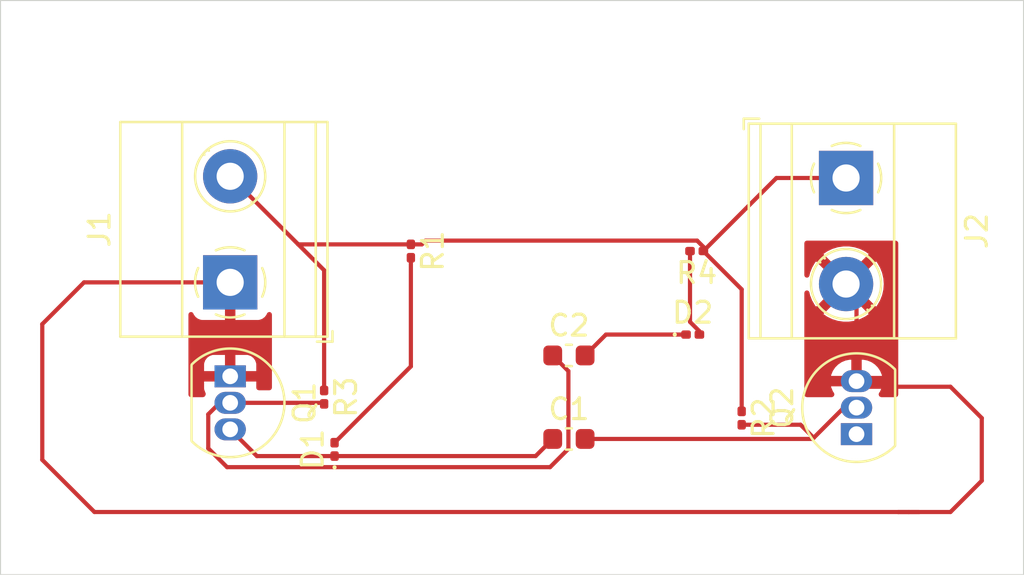
<source format=kicad_pcb>
(kicad_pcb (version 20240108) (generator "pcbnew") (generator_version "8.0")
  (layers (0 "F.Cu" signal) (31 "B.Cu" signal) (34 "B.Paste" user) (35 "F.Paste" user) (36 "B.SilkS" user "B.Silkscreen") (37 "F.SilkS" user "F.Silkscreen") (38 "B.Mask" user) (39 "F.Mask" user) (44 "Edge.Cuts" user))
  (net 0 "")
  (net 1 "Net-(D1-K)")
  (net 2 "Net-(Q2-B)")
  (net 3 "Net-(Q1-B)")
  (net 4 "Net-(D2-K)")
  (net 5 "Net-(D1-A)")
  (net 6 "Net-(D2-A)")
  (net 7 "GND")
  (net 8 "+9V")
  (footprint "Resistor_SMD:R_0201_0603Metric" (layer "F.Cu") (at 148.5 82.5 -90)
    (property "Reference" "R3" (at 0 -1.05 90) (layer "F.SilkS"))
    (property "Value" "47KR")
    (pad "1" smd roundrect (at -0.32 0 270) (size 0.46 0.4) (layers "F.Cu" "F.Mask") (net 8 "+9V"))
    (pad "2" smd roundrect (at 0.32 0 270) (size 0.46 0.4) (layers "F.Cu" "F.Mask") (net 3 "Net-(Q1-B)"))
  )
  (footprint "TerminalBlock_Phoenix:TerminalBlock_Phoenix_MKDS-1,5-2-5.08_1x02_P5.08mm_Horizontal" (layer "F.Cu") (at 173.5 72 -90)
    (property "Reference" "J2" (at 2.54 -6.26 90) (layer "F.SilkS"))
    (property "Value" "Screw_Terminal_01x02")
    (fp_line (start -2.84 4.9) (end -2.34 4.9) (stroke (width 0.12)) (layer "F.SilkS"))
    (fp_line (start -2.6 4.66) (end 7.68 4.66) (stroke (width 0.12)) (layer "F.SilkS"))
    (fp_line (start -2.84 4.16) (end -2.84 4.9) (stroke (width 0.12)) (layer "F.SilkS"))
    (fp_line (start -2.6 4.1) (end 7.68 4.1) (stroke (width 0.12)) (layer "F.SilkS"))
    (fp_line (start -2.6 2.6) (end 7.68 2.6) (stroke (width 0.12)) (layer "F.SilkS"))
    (fp_line (start 4.046 1.239) (end 4.011 1.274) (stroke (width 0.12)) (layer "F.SilkS"))
    (fp_line (start 3.853 1.023) (end 3.806 1.069) (stroke (width 0.12)) (layer "F.SilkS"))
    (fp_line (start 6.355 -1.069) (end 6.308 -1.023) (stroke (width 0.12)) (layer "F.SilkS"))
    (fp_line (start 6.15 -1.275) (end 6.115 -1.239) (stroke (width 0.12)) (layer "F.SilkS"))
    (fp_line (start -2.6 -2.301) (end 7.68 -2.301) (stroke (width 0.12)) (layer "F.SilkS"))
    (fp_line (start -2.6 -5.261) (end -2.6 4.66) (stroke (width 0.12)) (layer "F.SilkS"))
    (fp_line (start -2.6 -5.261) (end 7.68 -5.261) (stroke (width 0.12)) (layer "F.SilkS"))
    (fp_line (start 7.68 -5.261) (end 7.68 4.66) (stroke (width 0.12)) (layer "F.SilkS"))
    (fp_arc (start 0.028805 1.680253) (mid -0.335551 1.646659) (end -0.684 1.535) (stroke (width 0.12)) (layer "F.SilkS"))
    (fp_arc (start 0.683318 1.534756) (mid 0.349292 1.643288) (end 0 1.68) (stroke (width 0.12)) (layer "F.SilkS"))
    (fp_arc (start -1.535427 0.683042) (mid -1.680501 -0.000524) (end -1.535 -0.684) (stroke (width 0.12)) (layer "F.SilkS"))
    (fp_arc (start 1.535427 -0.683042) (mid 1.680501 0.000524) (end 1.535 0.684) (stroke (width 0.12)) (layer "F.SilkS"))
    (fp_arc (start -0.683042 -1.535427) (mid 0.000524 -1.680501) (end 0.684 -1.535) (stroke (width 0.12)) (layer "F.SilkS"))
    (fp_circle (center 5.08 0) (end 6.76 0) (stroke (width 0.12)) (fill none) (layer "F.SilkS"))
    (pad "1" thru_hole rect (at 0 0 270) (size 2.6 2.6) (drill 1.3) (layers "*.Cu" "*.Mask") (net 8 "+9V"))
    (pad "2" thru_hole circle (at 5.08 0 270) (size 2.6 2.6) (drill 1.3) (layers "*.Cu" "*.Mask") (net 7 "GND"))
  )
  (footprint "Resistor_SMD:R_0201_0603Metric" (layer "F.Cu") (at 168.5 83.5 -90)
    (property "Reference" "R2" (at 0 -1.05 90) (layer "F.SilkS"))
    (property "Value" "47KR")
    (pad "1" smd roundrect (at -0.32 0 270) (size 0.46 0.4) (layers "F.Cu" "F.Mask") (net 8 "+9V"))
    (pad "2" smd roundrect (at 0.32 0 270) (size 0.46 0.4) (layers "F.Cu" "F.Mask") (net 2 "Net-(Q2-B)"))
  )
  (footprint "Capacitor_SMD:C_0603_1608Metric" (layer "F.Cu") (at 160.225 80.5)
    (property "Reference" "C2" (at 0 -1.43 360) (layer "F.SilkS"))
    (property "Value" "10uF")
    (fp_line (start -0.14058 -0.51) (end 0.14058 -0.51) (stroke (width 0.12)) (layer "F.SilkS"))
    (fp_line (start -0.14058 0.51) (end 0.14058 0.51) (stroke (width 0.12)) (layer "F.SilkS"))
    (pad "1" smd roundrect (at -0.775 0) (size 0.9 0.95) (layers "F.Cu" "F.Paste" "F.Mask") (net 3 "Net-(Q1-B)"))
    (pad "2" smd roundrect (at 0.775 0) (size 0.9 0.95) (layers "F.Cu" "F.Paste" "F.Mask") (net 4 "Net-(D2-K)"))
  )
  (footprint "Resistor_SMD:R_0201_0603Metric" (layer "F.Cu") (at 152.655 75.5 -90)
    (property "Reference" "R1" (at 0 -1.05 90) (layer "F.SilkS"))
    (property "Value" "100R")
    (pad "1" smd roundrect (at -0.32 0 270) (size 0.46 0.4) (layers "F.Cu" "F.Mask") (net 8 "+9V"))
    (pad "2" smd roundrect (at 0.32 0 270) (size 0.46 0.4) (layers "F.Cu" "F.Mask") (net 5 "Net-(D1-A)"))
  )
  (footprint "TerminalBlock_Phoenix:TerminalBlock_Phoenix_MKDS-1,5-2-5.08_1x02_P5.08mm_Horizontal" (layer "F.Cu") (at 144 77 90)
    (property "Reference" "J1" (at 2.54 -6.26 90) (layer "F.SilkS"))
    (property "Value" "Screw_Terminal_01x02")
    (fp_line (start 7.68 -5.261) (end 7.68 4.66) (stroke (width 0.12)) (layer "F.SilkS"))
    (fp_line (start -2.6 -5.261) (end 7.68 -5.261) (stroke (width 0.12)) (layer "F.SilkS"))
    (fp_line (start -2.6 -5.261) (end -2.6 4.66) (stroke (width 0.12)) (layer "F.SilkS"))
    (fp_line (start -2.6 -2.301) (end 7.68 -2.301) (stroke (width 0.12)) (layer "F.SilkS"))
    (fp_line (start 6.15 -1.275) (end 6.115 -1.239) (stroke (width 0.12)) (layer "F.SilkS"))
    (fp_line (start 6.355 -1.069) (end 6.308 -1.023) (stroke (width 0.12)) (layer "F.SilkS"))
    (fp_line (start 3.853 1.023) (end 3.806 1.069) (stroke (width 0.12)) (layer "F.SilkS"))
    (fp_line (start 4.046 1.239) (end 4.011 1.274) (stroke (width 0.12)) (layer "F.SilkS"))
    (fp_line (start -2.6 2.6) (end 7.68 2.6) (stroke (width 0.12)) (layer "F.SilkS"))
    (fp_line (start -2.6 4.1) (end 7.68 4.1) (stroke (width 0.12)) (layer "F.SilkS"))
    (fp_line (start -2.84 4.16) (end -2.84 4.9) (stroke (width 0.12)) (layer "F.SilkS"))
    (fp_line (start -2.6 4.66) (end 7.68 4.66) (stroke (width 0.12)) (layer "F.SilkS"))
    (fp_line (start -2.84 4.9) (end -2.34 4.9) (stroke (width 0.12)) (layer "F.SilkS"))
    (fp_arc (start -0.683042 -1.535427) (mid 0.000524 -1.680501) (end 0.684 -1.535) (stroke (width 0.12)) (layer "F.SilkS"))
    (fp_arc (start 1.535427 -0.683042) (mid 1.680501 0.000524) (end 1.535 0.684) (stroke (width 0.12)) (layer "F.SilkS"))
    (fp_arc (start -1.535427 0.683042) (mid -1.680501 -0.000524) (end -1.535 -0.684) (stroke (width 0.12)) (layer "F.SilkS"))
    (fp_arc (start 0.683318 1.534756) (mid 0.349292 1.643288) (end 0 1.68) (stroke (width 0.12)) (layer "F.SilkS"))
    (fp_arc (start 0.028805 1.680253) (mid -0.335551 1.646659) (end -0.684 1.535) (stroke (width 0.12)) (layer "F.SilkS"))
    (fp_circle (center 5.08 0) (end 6.76 0) (stroke (width 0.12)) (fill none) (layer "F.SilkS"))
    (pad "1" thru_hole rect (at 0 0 90) (size 2.6 2.6) (drill 1.3) (layers "*.Cu" "*.Mask") (net 7 "GND"))
    (pad "2" thru_hole circle (at 5.08 0 90) (size 2.6 2.6) (drill 1.3) (layers "*.Cu" "*.Mask") (net 8 "+9V"))
  )
  (footprint "LED_SMD:LED_0201_0603Metric" (layer "F.Cu") (at 166.155 79.5)
    (property "Reference" "D2" (at 0 -1.05 360) (layer "F.SilkS"))
    (property "Value" "LED")
    (fp_circle (center -0.86 0) (end -0.81 0) (stroke (width 0.1)) (fill none) (layer "F.SilkS"))
    (pad "1" smd roundrect (at -0.32 0) (size 0.46 0.4) (layers "F.Cu" "F.Mask") (net 4 "Net-(D2-K)"))
    (pad "2" smd roundrect (at 0.32 0) (size 0.46 0.4) (layers "F.Cu" "F.Mask") (net 6 "Net-(D2-A)"))
  )
  (footprint "Capacitor_SMD:C_0603_1608Metric" (layer "F.Cu") (at 160.225 84.5)
    (property "Reference" "C1" (at 0 -1.43 360) (layer "F.SilkS"))
    (property "Value" "10uf")
    (fp_line (start -0.14058 -0.51) (end 0.14058 -0.51) (stroke (width 0.12)) (layer "F.SilkS"))
    (fp_line (start -0.14058 0.51) (end 0.14058 0.51) (stroke (width 0.12)) (layer "F.SilkS"))
    (pad "1" smd roundrect (at -0.775 0) (size 0.9 0.95) (layers "F.Cu" "F.Paste" "F.Mask") (net 1 "Net-(D1-K)"))
    (pad "2" smd roundrect (at 0.775 0) (size 0.9 0.95) (layers "F.Cu" "F.Paste" "F.Mask") (net 2 "Net-(Q2-B)"))
  )
  (footprint "Package_TO_SOT_THT:TO-92_Inline" (layer "F.Cu") (at 144 81.5 -90)
    (property "Reference" "Q1" (at 1.27 -3.56 90) (layer "F.SilkS"))
    (property "Value" "BC547")
    (fp_line (start -0.53 1.85) (end 3.07 1.85) (stroke (width 0.12)) (layer "F.SilkS"))
    (fp_arc (start -0.568478 1.838478) (mid -1.132087 -0.994977) (end 1.27 -2.6) (stroke (width 0.12)) (layer "F.SilkS"))
    (fp_arc (start 1.27 -2.6) (mid 3.672087 -0.994977) (end 3.108478 1.838478) (stroke (width 0.12)) (layer "F.SilkS"))
    (pad "1" thru_hole rect (at 0 0 270) (size 1.05 1.5) (drill 0.75) (layers "*.Cu" "*.Mask") (net 7 "GND"))
    (pad "2" thru_hole oval (at 1.27 0 270) (size 1.05 1.5) (drill 0.75) (layers "*.Cu" "*.Mask") (net 3 "Net-(Q1-B)"))
    (pad "3" thru_hole oval (at 2.54 0 270) (size 1.05 1.5) (drill 0.75) (layers "*.Cu" "*.Mask") (net 1 "Net-(D1-K)"))
  )
  (footprint "Resistor_SMD:R_0201_0603Metric" (layer "F.Cu") (at 166.345 75.5 180)
    (property "Reference" "R4" (at 0 -1.05 360) (layer "F.SilkS"))
    (property "Value" "100R")
    (pad "1" smd roundrect (at -0.32 0 180) (size 0.46 0.4) (layers "F.Cu" "F.Mask") (net 8 "+9V"))
    (pad "2" smd roundrect (at 0.32 0 180) (size 0.46 0.4) (layers "F.Cu" "F.Mask") (net 6 "Net-(D2-A)"))
  )
  (footprint "LED_SMD:LED_0201_0603Metric" (layer "F.Cu") (at 149 85 90)
    (property "Reference" "D1" (at 0 -1.05 90) (layer "F.SilkS"))
    (property "Value" "LED")
    (fp_circle (center -0.86 0) (end -0.81 0) (stroke (width 0.1)) (fill none) (layer "F.SilkS"))
    (pad "1" smd roundrect (at -0.32 0 90) (size 0.46 0.4) (layers "F.Cu" "F.Mask") (net 1 "Net-(D1-K)"))
    (pad "2" smd roundrect (at 0.32 0 90) (size 0.46 0.4) (layers "F.Cu" "F.Mask") (net 5 "Net-(D1-A)"))
  )
  (footprint "Package_TO_SOT_THT:TO-92_Inline" (layer "F.Cu") (at 174 84.27 90)
    (property "Reference" "Q2" (at 1.27 -3.56 90) (layer "F.SilkS"))
    (property "Value" "BC547")
    (fp_line (start -0.53 1.85) (end 3.07 1.85) (stroke (width 0.12)) (layer "F.SilkS"))
    (fp_arc (start 1.27 -2.6) (mid 3.672087 -0.994977) (end 3.108478 1.838478) (stroke (width 0.12)) (layer "F.SilkS"))
    (fp_arc (start -0.568478 1.838478) (mid -1.132087 -0.994977) (end 1.27 -2.6) (stroke (width 0.12)) (layer "F.SilkS"))
    (pad "1" thru_hole rect (at 0 0 90) (size 1.05 1.5) (drill 0.75) (layers "*.Cu" "*.Mask"))
    (pad "2" thru_hole oval (at 1.27 0 90) (size 1.05 1.5) (drill 0.75) (layers "*.Cu" "*.Mask") (net 2 "Net-(Q2-B)"))
    (pad "3" thru_hole oval (at 2.54 0 90) (size 1.05 1.5) (drill 0.75) (layers "*.Cu" "*.Mask") (net 7 "GND"))
  )
  (gr_rect (start 133 63.5) (end 182 91) (stroke (width 0.05)) (fill none) (layer "Edge.Cuts"))
  (segment (start 149 85.32) (end 158.63 85.32) (width 0.2) (layer "F.Cu") (net 1))
  (segment (start 145.28 85.32) (end 149 85.32) (width 0.2) (layer "F.Cu") (net 1))
  (segment (start 158.63 85.32) (end 159.45 84.5) (width 0.2) (layer "F.Cu") (net 1))
  (segment (start 144 84.04) (end 145.28 85.32) (width 0.2) (layer "F.Cu") (net 1))
  (segment (start 171.895 84.5) (end 171.9475 84.4475) (width 0.2) (layer "F.Cu") (net 2))
  (segment (start 171.9475 84.4475) (end 173.395 83) (width 0.2) (layer "F.Cu") (net 2))
  (segment (start 173.395 83) (end 174 83) (width 0.2) (layer "F.Cu") (net 2))
  (segment (start 161 84.5) (end 171.895 84.5) (width 0.2) (layer "F.Cu") (net 2))
  (segment (start 171.32 83.82) (end 171.9475 84.4475) (width 0.2) (layer "F.Cu") (net 2))
  (segment (start 168.5 83.82) (end 171.32 83.82) (width 0.2) (layer "F.Cu") (net 2))
  (segment (start 159.45 80.5) (end 160.2 81.25) (width 0.2) (layer "F.Cu") (net 3))
  (segment (start 143.85 85.85) (end 142.95 84.95) (width 0.2) (layer "F.Cu") (net 3))
  (segment (start 160.2 81.25) (end 160.2 84.973696) (width 0.2) (layer "F.Cu") (net 3))
  (segment (start 160.2 84.973696) (end 159.323696 85.85) (width 0.2) (layer "F.Cu") (net 3))
  (segment (start 159.323696 85.85) (end 143.85 85.85) (width 0.2) (layer "F.Cu") (net 3))
  (segment (start 148.45 82.77) (end 148.5 82.82) (width 0.2) (layer "F.Cu") (net 3))
  (segment (start 142.95 84.95) (end 142.95 83.32) (width 0.2) (layer "F.Cu") (net 3))
  (segment (start 142.95 83.32) (end 143.5 82.77) (width 0.2) (layer "F.Cu") (net 3))
  (segment (start 143.5 82.77) (end 144 82.77) (width 0.2) (layer "F.Cu") (net 3))
  (segment (start 144 82.77) (end 148.45 82.77) (width 0.2) (layer "F.Cu") (net 3))
  (segment (start 162 79.5) (end 161 80.5) (width 0.2) (layer "F.Cu") (net 4))
  (segment (start 165.835 79.5) (end 162 79.5) (width 0.2) (layer "F.Cu") (net 4))
  (segment (start 152.655 81.025) (end 149 84.68) (width 0.2) (layer "F.Cu") (net 5))
  (segment (start 152.655 75.82) (end 152.655 81.025) (width 0.2) (layer "F.Cu") (net 5))
  (segment (start 166.025 75.5) (end 166.025 78.891544) (width 0.2) (layer "F.Cu") (net 6))
  (segment (start 166.475 79.341544) (end 166.475 79.5) (width 0.2) (layer "F.Cu") (net 6))
  (segment (start 166.025 78.891544) (end 166.475 79.341544) (width 0.2) (layer "F.Cu") (net 6))
  (segment (start 174 81.73) (end 174 77.58) (width 0.2) (layer "F.Cu") (net 7))
  (segment (start 135 85.5) (end 135 79) (width 0.2) (layer "F.Cu") (net 7))
  (segment (start 174.23 81.73) (end 174.5 82) (width 0.2) (layer "F.Cu") (net 7))
  (segment (start 176 88) (end 137.5 88) (width 0.2) (layer "F.Cu") (net 7))
  (segment (start 174.5 82) (end 178.5 82) (width 0.2) (layer "F.Cu") (net 7))
  (segment (start 178.5 88) (end 176 88) (width 0.2) (layer "F.Cu") (net 7))
  (segment (start 180 86.5) (end 178.5 88) (width 0.2) (layer "F.Cu") (net 7))
  (segment (start 178.5 82) (end 180 83.5) (width 0.2) (layer "F.Cu") (net 7))
  (segment (start 174 81.73) (end 174.23 81.73) (width 0.2) (layer "F.Cu") (net 7))
  (segment (start 144 77) (end 144 81.5) (width 0.2) (layer "F.Cu") (net 7))
  (segment (start 135 79) (end 137 77) (width 0.2) (layer "F.Cu") (net 7))
  (segment (start 176.5 88) (end 176 88) (width 0.2) (layer "F.Cu") (net 7))
  (segment (start 137 77) (end 144 77) (width 0.2) (layer "F.Cu") (net 7))
  (segment (start 180 83.5) (end 180 86.5) (width 0.2) (layer "F.Cu") (net 7))
  (segment (start 137.5 88) (end 135 85.5) (width 0.2) (layer "F.Cu") (net 7))
  (segment (start 177 88) (end 176.5 88) (width 0.2) (layer "F.Cu") (net 7))
  (segment (start 174 77.58) (end 173.5 77.08) (width 0.2) (layer "F.Cu") (net 7))
  (segment (start 168.5 77.335) (end 168.5 83.18) (width 0.2) (layer "F.Cu") (net 8))
  (segment (start 148.5 76.42) (end 147.26 75.18) (width 0.2) (layer "F.Cu") (net 8))
  (segment (start 166.665 75.300001) (end 166.665 75.5) (width 0.2) (layer "F.Cu") (net 8))
  (segment (start 173.5 72) (end 170.165 72) (width 0.2) (layer "F.Cu") (net 8))
  (segment (start 153.18 75.18) (end 153.36 75) (width 0.2) (layer "F.Cu") (net 8))
  (segment (start 166.364999 75) (end 166.665 75.300001) (width 0.2) (layer "F.Cu") (net 8))
  (segment (start 152.655 75.18) (end 153.18 75.18) (width 0.2) (layer "F.Cu") (net 8))
  (segment (start 147.26 75.18) (end 144 71.92) (width 0.2) (layer "F.Cu") (net 8))
  (segment (start 170.165 72) (end 166.665 75.5) (width 0.2) (layer "F.Cu") (net 8))
  (segment (start 152.655 75.18) (end 147.26 75.18) (width 0.2) (layer "F.Cu") (net 8))
  (segment (start 153.36 75) (end 166.364999 75) (width 0.2) (layer "F.Cu") (net 8))
  (segment (start 148.5 82.18) (end 148.5 76.42) (width 0.2) (layer "F.Cu") (net 8))
  (segment (start 166.665 75.5) (end 168.5 77.335) (width 0.2) (layer "F.Cu") (net 8))
  (zone (net 7) (net_name "GND") (layer "F.Cu") (connect_pads (clearance 0.5)) (min_thickness 0.25) (fill yes (thermal_gap 0.5) (thermal_bridge_width 0.5))
    (polygon (pts (xy 171.5 75) (xy 171.5 82.5) (xy 176 82.5) (xy 176 75)))
  )
  (zone (net 7) (net_name "GND") (layer "F.Cu") (priority 1) (connect_pads (clearance 0.5)) (min_thickness 0.25) (fill yes (thermal_gap 0.5) (thermal_bridge_width 0.5))
    (polygon (pts (xy 142 75) (xy 142 82.5) (xy 146 82.5) (xy 146 75)))
  )
)
</source>
